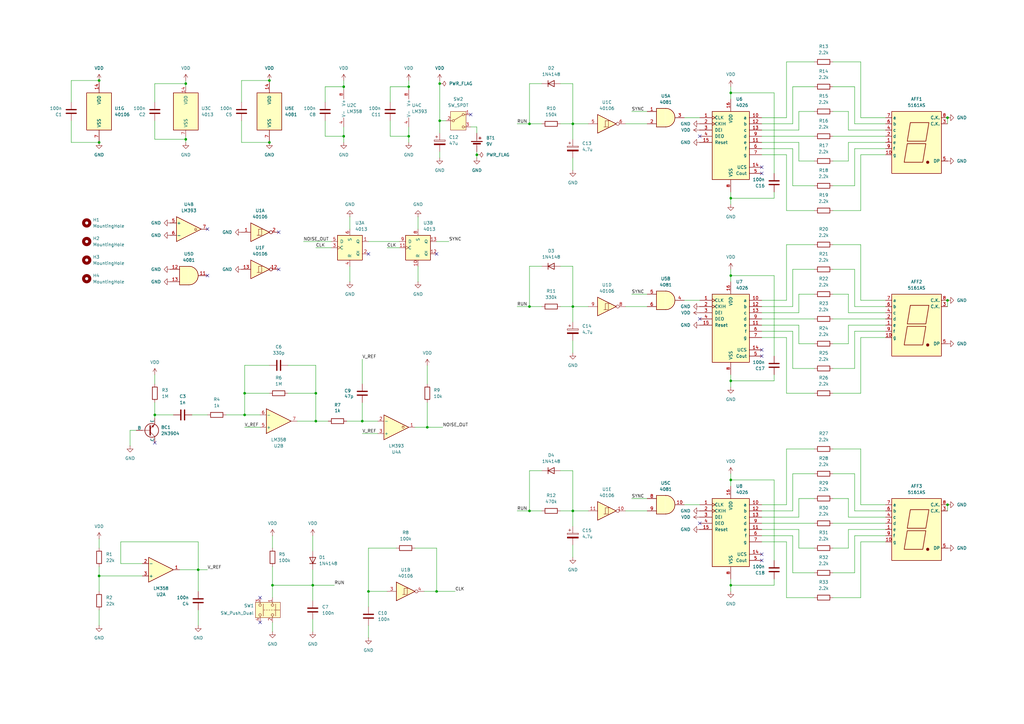
<source format=kicad_sch>
(kicad_sch (version 20250114) (generator "eeschema") (generator_version "9.0")
  (paper "A3")
  (title_block (title "Slot_Machine") (date "2025-10-21"))
  (junction (at 195.58 63.5))
  (junction (at 40.64 58.42))
  (junction (at 299.72 196.85))
  (junction (at 299.72 113.03))
  (junction (at 299.72 156.21))
  (junction (at 63.5 170.18))
  (junction (at 388.62 48.26))
  (junction (at 179.07 242.57))
  (junction (at 217.17 125.73))
  (junction (at 175.26 175.26))
  (junction (at 234.95 50.8))
  (junction (at 234.95 209.55))
  (junction (at 217.17 50.8))
  (junction (at 140.97 35.56))
  (junction (at 129.54 172.72))
  (junction (at 100.33 170.18))
  (junction (at 299.72 38.1))
  (junction (at 129.54 161.29))
  (junction (at 40.64 236.22))
  (junction (at 111.76 240.03))
  (junction (at 234.95 125.73))
  (junction (at 100.33 161.29))
  (junction (at 110.49 33.02))
  (junction (at 148.59 172.72))
  (junction (at 167.64 55.88))
  (junction (at 140.97 55.88))
  (junction (at 217.17 209.55))
  (junction (at 81.28 233.68))
  (junction (at 76.2 57.15))
  (junction (at 110.49 58.42))
  (junction (at 180.34 34.29))
  (junction (at 299.72 240.03))
  (junction (at 128.27 240.03))
  (junction (at 76.2 34.29))
  (junction (at 180.34 49.53))
  (junction (at 40.64 33.02))
  (junction (at 388.62 207.01))
  (junction (at 167.64 35.56))
  (junction (at 388.62 123.19))
  (junction (at 151.13 242.57))
  (junction (at 299.72 81.28))
  (no_connect (at 312.42 227.33))
  (no_connect (at 114.3 110.49))
  (no_connect (at 63.5 181.61))
  (no_connect (at 106.68 255.27))
  (no_connect (at 179.07 104.14))
  (no_connect (at 106.68 245.11))
  (no_connect (at 312.42 143.51))
  (no_connect (at 151.13 104.14))
  (no_connect (at 287.02 130.81))
  (no_connect (at 312.42 68.58))
  (no_connect (at 85.09 113.03))
  (no_connect (at 312.42 146.05))
  (no_connect (at 85.09 93.98))
  (no_connect (at 114.3 95.25))
  (no_connect (at 287.02 55.88))
  (no_connect (at 193.04 46.99))
  (no_connect (at 312.42 71.12))
  (no_connect (at 287.02 214.63))
  (no_connect (at 312.42 229.87))
  (wire (pts (xy 353.06 245.11) (xy 353.06 222.25)))
  (wire (pts (xy 100.33 170.18) (xy 106.68 170.18)))
  (wire (pts (xy 325.12 35.56) (xy 334.01 35.56)))
  (wire (pts (xy 325.12 135.89) (xy 325.12 151.13)))
  (wire (pts (xy 325.12 194.31) (xy 334.01 194.31)))
  (wire (pts (xy 229.87 50.8) (xy 234.95 50.8)))
  (wire (pts (xy 234.95 209.55) (xy 234.95 215.9)))
  (wire (pts (xy 128.27 254) (xy 128.27 259.08)))
  (wire (pts (xy 312.42 214.63) (xy 334.01 214.63)))
  (wire (pts (xy 167.64 52.07) (xy 167.64 55.88)))
  (wire (pts (xy 151.13 224.79) (xy 162.56 224.79)))
  (wire (pts (xy 212.09 125.73) (xy 217.17 125.73)))
  (wire (pts (xy 170.18 224.79) (xy 179.07 224.79)))
  (wire (pts (xy 347.98 217.17) (xy 347.98 224.79)))
  (wire (pts (xy 347.98 204.47) (xy 347.98 212.09)))
  (wire (pts (xy 325.12 76.2) (xy 334.01 76.2)))
  (wire (pts (xy 175.26 149.86) (xy 175.26 157.48)))
  (wire (pts (xy 341.63 45.72) (xy 347.98 45.72)))
  (wire (pts (xy 341.63 184.15) (xy 353.06 184.15)))
  (wire (pts (xy 63.5 41.91) (xy 63.5 34.29)))
  (wire (pts (xy 171.45 88.9) (xy 171.45 93.98)))
  (wire (pts (xy 76.2 33.02) (xy 76.2 34.29)))
  (wire (pts (xy 322.58 25.4) (xy 334.01 25.4)))
  (wire (pts (xy 81.28 250.19) (xy 81.28 256.54)))
  (wire (pts (xy 128.27 226.06) (xy 128.27 219.71)))
  (wire (pts (xy 140.97 52.07) (xy 140.97 55.88)))
  (wire (pts (xy 222.25 109.22) (xy 217.17 109.22)))
  (wire (pts (xy 317.5 38.1) (xy 317.5 71.12)))
  (wire (pts (xy 299.72 110.49) (xy 299.72 113.03)))
  (wire (pts (xy 234.95 64.77) (xy 234.95 69.85)))
  (wire (pts (xy 92.71 170.18) (xy 100.33 170.18)))
  (wire (pts (xy 322.58 138.43) (xy 322.58 161.29)))
  (wire (pts (xy 341.63 55.88) (xy 363.22 55.88)))
  (wire (pts (xy 312.42 123.19) (xy 322.58 123.19)))
  (wire (pts (xy 327.66 204.47) (xy 334.01 204.47)))
  (wire (pts (xy 212.09 209.55) (xy 217.17 209.55)))
  (wire (pts (xy 327.66 120.65) (xy 334.01 120.65)))
  (wire (pts (xy 179.07 242.57) (xy 186.69 242.57)))
  (wire (pts (xy 312.42 128.27) (xy 327.66 128.27)))
  (wire (pts (xy 118.11 161.29) (xy 129.54 161.29)))
  (wire (pts (xy 353.06 123.19) (xy 363.22 123.19)))
  (wire (pts (xy 299.72 237.49) (xy 299.72 240.03)))
  (wire (pts (xy 111.76 245.11) (xy 111.76 240.03)))
  (wire (pts (xy 167.64 55.88) (xy 167.64 58.42)))
  (wire (pts (xy 327.66 45.72) (xy 334.01 45.72)))
  (wire (pts (xy 299.72 240.03) (xy 299.72 242.57)))
  (wire (pts (xy 341.63 110.49) (xy 350.52 110.49)))
  (wire (pts (xy 350.52 35.56) (xy 350.52 50.8)))
  (wire (pts (xy 179.07 242.57) (xy 179.07 224.79)))
  (wire (pts (xy 317.5 38.1) (xy 299.72 38.1)))
  (wire (pts (xy 317.5 81.28) (xy 299.72 81.28)))
  (wire (pts (xy 325.12 219.71) (xy 325.12 234.95)))
  (wire (pts (xy 234.95 209.55) (xy 241.3 209.55)))
  (wire (pts (xy 325.12 110.49) (xy 334.01 110.49)))
  (wire (pts (xy 347.98 53.34) (xy 363.22 53.34)))
  (wire (pts (xy 353.06 63.5) (xy 363.22 63.5)))
  (wire (pts (xy 222.25 34.29) (xy 217.17 34.29)))
  (wire (pts (xy 29.21 33.02) (xy 40.64 33.02)))
  (wire (pts (xy 180.34 62.23) (xy 180.34 64.77)))
  (wire (pts (xy 363.22 58.42) (xy 347.98 58.42)))
  (wire (pts (xy 363.22 217.17) (xy 347.98 217.17)))
  (wire (pts (xy 341.63 130.81) (xy 363.22 130.81)))
  (wire (pts (xy 63.5 49.53) (xy 63.5 57.15)))
  (wire (pts (xy 347.98 128.27) (xy 363.22 128.27)))
  (wire (pts (xy 299.72 113.03) (xy 299.72 115.57)))
  (wire (pts (xy 128.27 240.03) (xy 137.16 240.03)))
  (wire (pts (xy 193.04 52.07) (xy 195.58 52.07)))
  (wire (pts (xy 217.17 209.55) (xy 222.25 209.55)))
  (wire (pts (xy 317.5 146.05) (xy 317.5 113.03)))
  (wire (pts (xy 341.63 204.47) (xy 347.98 204.47)))
  (wire (pts (xy 234.95 50.8) (xy 234.95 34.29)))
  (wire (pts (xy 234.95 209.55) (xy 234.95 193.04)))
  (wire (pts (xy 142.24 172.72) (xy 148.59 172.72)))
  (wire (pts (xy 73.66 233.68) (xy 81.28 233.68)))
  (wire (pts (xy 148.59 165.1) (xy 148.59 172.72)))
  (wire (pts (xy 55.88 176.53) (xy 53.34 176.53)))
  (wire (pts (xy 341.63 224.79) (xy 347.98 224.79)))
  (wire (pts (xy 111.76 255.27) (xy 111.76 259.08)))
  (wire (pts (xy 234.95 109.22) (xy 229.87 109.22)))
  (wire (pts (xy 256.54 209.55) (xy 265.43 209.55)))
  (wire (pts (xy 299.72 35.56) (xy 299.72 38.1)))
  (wire (pts (xy 63.5 165.1) (xy 63.5 170.18)))
  (wire (pts (xy 217.17 50.8) (xy 222.25 50.8)))
  (wire (pts (xy 341.63 161.29) (xy 353.06 161.29)))
  (wire (pts (xy 49.53 222.25) (xy 81.28 222.25)))
  (wire (pts (xy 63.5 34.29) (xy 76.2 34.29)))
  (wire (pts (xy 81.28 233.68) (xy 85.09 233.68)))
  (wire (pts (xy 312.42 222.25) (xy 322.58 222.25)))
  (wire (pts (xy 100.33 161.29) (xy 110.49 161.29)))
  (wire (pts (xy 29.21 49.53) (xy 29.21 58.42)))
  (wire (pts (xy 350.52 60.96) (xy 363.22 60.96)))
  (wire (pts (xy 312.42 50.8) (xy 325.12 50.8)))
  (wire (pts (xy 312.42 209.55) (xy 325.12 209.55)))
  (wire (pts (xy 341.63 245.11) (xy 353.06 245.11)))
  (wire (pts (xy 151.13 256.54) (xy 151.13 261.62)))
  (wire (pts (xy 173.99 242.57) (xy 179.07 242.57)))
  (wire (pts (xy 160.02 55.88) (xy 167.64 55.88)))
  (wire (pts (xy 280.67 123.19) (xy 287.02 123.19)))
  (wire (pts (xy 312.42 207.01) (xy 322.58 207.01)))
  (wire (pts (xy 350.52 219.71) (xy 363.22 219.71)))
  (wire (pts (xy 353.06 25.4) (xy 353.06 48.26)))
  (wire (pts (xy 312.42 63.5) (xy 322.58 63.5)))
  (wire (pts (xy 29.21 58.42) (xy 40.64 58.42)))
  (wire (pts (xy 111.76 232.41) (xy 111.76 240.03)))
  (wire (pts (xy 341.63 100.33) (xy 353.06 100.33)))
  (wire (pts (xy 322.58 86.36) (xy 334.01 86.36)))
  (wire (pts (xy 129.54 149.86) (xy 129.54 161.29)))
  (wire (pts (xy 347.98 212.09) (xy 363.22 212.09)))
  (wire (pts (xy 280.67 48.26) (xy 287.02 48.26)))
  (wire (pts (xy 350.52 234.95) (xy 350.52 219.71)))
  (wire (pts (xy 322.58 245.11) (xy 334.01 245.11)))
  (wire (pts (xy 63.5 153.67) (xy 63.5 157.48)))
  (wire (pts (xy 100.33 149.86) (xy 100.33 161.29)))
  (wire (pts (xy 259.08 204.47) (xy 265.43 204.47)))
  (wire (pts (xy 40.64 242.57) (xy 40.64 236.22)))
  (wire (pts (xy 280.67 207.01) (xy 287.02 207.01)))
  (wire (pts (xy 180.34 34.29) (xy 180.34 49.53)))
  (wire (pts (xy 299.72 196.85) (xy 299.72 199.39)))
  (wire (pts (xy 312.42 55.88) (xy 334.01 55.88)))
  (wire (pts (xy 217.17 193.04) (xy 217.17 209.55)))
  (wire (pts (xy 180.34 49.53) (xy 182.88 49.53)))
  (wire (pts (xy 99.06 49.53) (xy 99.06 58.42)))
  (wire (pts (xy 111.76 219.71) (xy 111.76 224.79)))
  (wire (pts (xy 312.42 125.73) (xy 325.12 125.73)))
  (wire (pts (xy 350.52 125.73) (xy 363.22 125.73)))
  (wire (pts (xy 341.63 234.95) (xy 350.52 234.95)))
  (wire (pts (xy 259.08 45.72) (xy 265.43 45.72)))
  (wire (pts (xy 180.34 49.53) (xy 180.34 54.61)))
  (wire (pts (xy 259.08 120.65) (xy 265.43 120.65)))
  (wire (pts (xy 217.17 34.29) (xy 217.17 50.8)))
  (wire (pts (xy 217.17 109.22) (xy 217.17 125.73)))
  (wire (pts (xy 133.35 35.56) (xy 140.97 35.56)))
  (wire (pts (xy 234.95 223.52) (xy 234.95 228.6)))
  (wire (pts (xy 322.58 48.26) (xy 322.58 25.4)))
  (wire (pts (xy 128.27 240.03) (xy 128.27 246.38)))
  (wire (pts (xy 160.02 49.53) (xy 160.02 55.88)))
  (wire (pts (xy 58.42 231.14) (xy 49.53 231.14)))
  (wire (pts (xy 325.12 60.96) (xy 325.12 76.2)))
  (wire (pts (xy 341.63 120.65) (xy 347.98 120.65)))
  (wire (pts (xy 353.06 207.01) (xy 363.22 207.01)))
  (wire (pts (xy 195.58 63.5) (xy 195.58 64.77)))
  (wire (pts (xy 325.12 234.95) (xy 334.01 234.95)))
  (wire (pts (xy 49.53 231.14) (xy 49.53 222.25)))
  (wire (pts (xy 29.21 41.91) (xy 29.21 33.02)))
  (wire (pts (xy 40.64 220.98) (xy 40.64 224.79)))
  (wire (pts (xy 325.12 50.8) (xy 325.12 35.56)))
  (wire (pts (xy 151.13 224.79) (xy 151.13 242.57)))
  (wire (pts (xy 158.75 101.6) (xy 163.83 101.6)))
  (wire (pts (xy 78.74 170.18) (xy 85.09 170.18)))
  (wire (pts (xy 325.12 125.73) (xy 325.12 110.49)))
  (wire (pts (xy 179.07 99.06) (xy 184.15 99.06)))
  (wire (pts (xy 322.58 161.29) (xy 334.01 161.29)))
  (wire (pts (xy 63.5 57.15) (xy 76.2 57.15)))
  (wire (pts (xy 350.52 151.13) (xy 350.52 135.89)))
  (wire (pts (xy 63.5 170.18) (xy 71.12 170.18)))
  (wire (pts (xy 222.25 193.04) (xy 217.17 193.04)))
  (wire (pts (xy 327.66 133.35) (xy 327.66 140.97)))
  (wire (pts (xy 81.28 222.25) (xy 81.28 233.68)))
  (wire (pts (xy 53.34 176.53) (xy 53.34 182.88)))
  (wire (pts (xy 299.72 156.21) (xy 299.72 158.75)))
  (wire (pts (xy 312.42 219.71) (xy 325.12 219.71)))
  (wire (pts (xy 322.58 63.5) (xy 322.58 86.36)))
  (wire (pts (xy 347.98 120.65) (xy 347.98 128.27)))
  (wire (pts (xy 140.97 55.88) (xy 140.97 58.42)))
  (wire (pts (xy 353.06 138.43) (xy 363.22 138.43)))
  (wire (pts (xy 341.63 194.31) (xy 350.52 194.31)))
  (wire (pts (xy 353.06 48.26) (xy 363.22 48.26)))
  (wire (pts (xy 100.33 175.26) (xy 106.68 175.26)))
  (wire (pts (xy 350.52 110.49) (xy 350.52 125.73)))
  (wire (pts (xy 133.35 55.88) (xy 140.97 55.88)))
  (wire (pts (xy 341.63 35.56) (xy 350.52 35.56)))
  (wire (pts (xy 175.26 165.1) (xy 175.26 175.26)))
  (wire (pts (xy 100.33 149.86) (xy 110.49 149.86)))
  (wire (pts (xy 234.95 125.73) (xy 241.3 125.73)))
  (wire (pts (xy 341.63 86.36) (xy 353.06 86.36)))
  (wire (pts (xy 76.2 57.15) (xy 76.2 58.42)))
  (wire (pts (xy 171.45 109.22) (xy 171.45 115.57)))
  (wire (pts (xy 40.64 250.19) (xy 40.64 256.54)))
  (wire (pts (xy 151.13 242.57) (xy 158.75 242.57)))
  (wire (pts (xy 353.06 184.15) (xy 353.06 207.01)))
  (wire (pts (xy 353.06 222.25) (xy 363.22 222.25)))
  (wire (pts (xy 143.51 88.9) (xy 143.51 93.98)))
  (wire (pts (xy 234.95 50.8) (xy 241.3 50.8)))
  (wire (pts (xy 350.52 76.2) (xy 350.52 60.96)))
  (wire (pts (xy 317.5 240.03) (xy 299.72 240.03)))
  (wire (pts (xy 124.46 99.06) (xy 135.89 99.06)))
  (wire (pts (xy 151.13 99.06) (xy 163.83 99.06)))
  (wire (pts (xy 148.59 172.72) (xy 154.94 172.72)))
  (wire (pts (xy 299.72 81.28) (xy 299.72 83.82)))
  (wire (pts (xy 234.95 193.04) (xy 229.87 193.04)))
  (wire (pts (xy 388.62 123.19) (xy 388.62 125.73)))
  (wire (pts (xy 180.34 33.02) (xy 180.34 34.29)))
  (wire (pts (xy 341.63 66.04) (xy 347.98 66.04)))
  (wire (pts (xy 312.42 60.96) (xy 325.12 60.96)))
  (wire (pts (xy 353.06 86.36) (xy 353.06 63.5)))
  (wire (pts (xy 256.54 50.8) (xy 265.43 50.8)))
  (wire (pts (xy 133.35 49.53) (xy 133.35 55.88)))
  (wire (pts (xy 341.63 151.13) (xy 350.52 151.13)))
  (wire (pts (xy 350.52 209.55) (xy 363.22 209.55)))
  (wire (pts (xy 325.12 151.13) (xy 334.01 151.13)))
  (wire (pts (xy 388.62 207.01) (xy 388.62 209.55)))
  (wire (pts (xy 317.5 78.74) (xy 317.5 81.28)))
  (wire (pts (xy 100.33 161.29) (xy 100.33 170.18)))
  (wire (pts (xy 327.66 66.04) (xy 334.01 66.04)))
  (wire (pts (xy 195.58 62.23) (xy 195.58 63.5)))
  (wire (pts (xy 118.11 149.86) (xy 129.54 149.86)))
  (wire (pts (xy 129.54 101.6) (xy 135.89 101.6)))
  (wire (pts (xy 121.92 172.72) (xy 129.54 172.72)))
  (wire (pts (xy 217.17 125.73) (xy 222.25 125.73)))
  (wire (pts (xy 350.52 194.31) (xy 350.52 209.55)))
  (wire (pts (xy 299.72 194.31) (xy 299.72 196.85)))
  (wire (pts (xy 322.58 222.25) (xy 322.58 245.11)))
  (wire (pts (xy 327.66 212.09) (xy 327.66 204.47)))
  (wire (pts (xy 40.64 236.22) (xy 58.42 236.22)))
  (wire (pts (xy 347.98 133.35) (xy 347.98 140.97)))
  (wire (pts (xy 317.5 237.49) (xy 317.5 240.03)))
  (wire (pts (xy 312.42 48.26) (xy 322.58 48.26)))
  (wire (pts (xy 133.35 41.91) (xy 133.35 35.56)))
  (wire (pts (xy 347.98 58.42) (xy 347.98 66.04)))
  (wire (pts (xy 99.06 41.91) (xy 99.06 33.02)))
  (wire (pts (xy 363.22 133.35) (xy 347.98 133.35)))
  (wire (pts (xy 234.95 125.73) (xy 234.95 109.22)))
  (wire (pts (xy 299.72 38.1) (xy 299.72 40.64)))
  (wire (pts (xy 143.51 109.22) (xy 143.51 115.57)))
  (wire (pts (xy 317.5 229.87) (xy 317.5 196.85)))
  (wire (pts (xy 229.87 209.55) (xy 234.95 209.55)))
  (wire (pts (xy 128.27 233.68) (xy 128.27 240.03)))
  (wire (pts (xy 229.87 125.73) (xy 234.95 125.73)))
  (wire (pts (xy 350.52 135.89) (xy 363.22 135.89)))
  (wire (pts (xy 167.64 33.02) (xy 167.64 35.56)))
  (wire (pts (xy 325.12 209.55) (xy 325.12 194.31)))
  (wire (pts (xy 195.58 52.07) (xy 195.58 54.61)))
  (wire (pts (xy 160.02 41.91) (xy 160.02 35.56)))
  (wire (pts (xy 317.5 196.85) (xy 299.72 196.85)))
  (wire (pts (xy 256.54 125.73) (xy 265.43 125.73)))
  (wire (pts (xy 99.06 33.02) (xy 110.49 33.02)))
  (wire (pts (xy 170.18 175.26) (xy 175.26 175.26)))
  (wire (pts (xy 312.42 135.89) (xy 325.12 135.89)))
  (wire (pts (xy 327.66 224.79) (xy 334.01 224.79)))
  (wire (pts (xy 341.63 25.4) (xy 353.06 25.4)))
  (wire (pts (xy 148.59 177.8) (xy 154.94 177.8)))
  (wire (pts (xy 76.2 34.29) (xy 76.2 35.56)))
  (wire (pts (xy 312.42 133.35) (xy 327.66 133.35)))
  (wire (pts (xy 322.58 100.33) (xy 334.01 100.33)))
  (wire (pts (xy 151.13 242.57) (xy 151.13 248.92)))
  (wire (pts (xy 299.72 153.67) (xy 299.72 156.21)))
  (wire (pts (xy 317.5 113.03) (xy 299.72 113.03)))
  (wire (pts (xy 160.02 35.56) (xy 167.64 35.56)))
  (wire (pts (xy 327.66 140.97) (xy 334.01 140.97)))
  (wire (pts (xy 129.54 161.29) (xy 129.54 172.72)))
  (wire (pts (xy 148.59 147.32) (xy 148.59 157.48)))
  (wire (pts (xy 341.63 214.63) (xy 363.22 214.63)))
  (wire (pts (xy 350.52 50.8) (xy 363.22 50.8)))
  (wire (pts (xy 234.95 139.7) (xy 234.95 144.78)))
  (wire (pts (xy 322.58 184.15) (xy 334.01 184.15)))
  (wire (pts (xy 234.95 50.8) (xy 234.95 57.15)))
  (wire (pts (xy 317.5 156.21) (xy 299.72 156.21)))
  (wire (pts (xy 341.63 76.2) (xy 350.52 76.2)))
  (wire (pts (xy 99.06 58.42) (xy 110.49 58.42)))
  (wire (pts (xy 322.58 207.01) (xy 322.58 184.15)))
  (wire (pts (xy 312.42 130.81) (xy 334.01 130.81)))
  (wire (pts (xy 327.66 53.34) (xy 327.66 45.72)))
  (wire (pts (xy 111.76 240.03) (xy 128.27 240.03)))
  (wire (pts (xy 299.72 78.74) (xy 299.72 81.28)))
  (wire (pts (xy 81.28 233.68) (xy 81.28 242.57)))
  (wire (pts (xy 129.54 172.72) (xy 134.62 172.72)))
  (wire (pts (xy 388.62 48.26) (xy 388.62 50.8)))
  (wire (pts (xy 317.5 153.67) (xy 317.5 156.21)))
  (wire (pts (xy 347.98 45.72) (xy 347.98 53.34)))
  (wire (pts (xy 327.66 58.42) (xy 327.66 66.04)))
  (wire (pts (xy 353.06 161.29) (xy 353.06 138.43)))
  (wire (pts (xy 167.64 35.56) (xy 167.64 36.83)))
  (wire (pts (xy 63.5 170.18) (xy 63.5 171.45)))
  (wire (pts (xy 234.95 34.29) (xy 229.87 34.29)))
  (wire (pts (xy 327.66 217.17) (xy 327.66 224.79)))
  (wire (pts (xy 140.97 35.56) (xy 140.97 36.83)))
  (wire (pts (xy 175.26 175.26) (xy 181.61 175.26)))
  (wire (pts (xy 322.58 123.19) (xy 322.58 100.33)))
  (wire (pts (xy 312.42 212.09) (xy 327.66 212.09)))
  (wire (pts (xy 327.66 128.27) (xy 327.66 120.65)))
  (wire (pts (xy 312.42 138.43) (xy 322.58 138.43)))
  (wire (pts (xy 312.42 53.34) (xy 327.66 53.34)))
  (wire (pts (xy 353.06 100.33) (xy 353.06 123.19)))
  (wire (pts (xy 40.64 232.41) (xy 40.64 236.22)))
  (wire (pts (xy 212.09 50.8) (xy 217.17 50.8)))
  (wire (pts (xy 341.63 140.97) (xy 347.98 140.97)))
  (wire (pts (xy 76.2 55.88) (xy 76.2 57.15)))
  (wire (pts (xy 140.97 33.02) (xy 140.97 35.56)))
  (wire (pts (xy 234.95 125.73) (xy 234.95 132.08)))
  (wire (pts (xy 312.42 58.42) (xy 327.66 58.42)))
  (wire (pts (xy 312.42 217.17) (xy 327.66 217.17)))
  (label "NOISE_OUT" (at 181.61 175.26 0))
  (label "RUN" (at 137.16 240.03 0))
  (label "CLK" (at 129.54 101.6 0))
  (label "RUN" (at 212.09 209.55 0))
  (label "V_REF" (at 85.09 233.68 0))
  (label "RUN" (at 212.09 50.8 0))
  (label "V_REF" (at 148.59 177.8 0))
  (label "NOISE_OUT" (at 124.46 99.06 0))
  (label "SYNC" (at 259.08 45.72 0))
  (label "SYNC" (at 184.15 99.06 0))
  (label "CLK" (at 186.69 242.57 0))
  (label "V_REF" (at 148.59 147.32 0))
  (label "SYNC" (at 259.08 120.65 0))
  (label "RUN" (at 212.09 125.73 0))
  (label "V_REF" (at 100.33 175.26 0))
  (label "CLK" (at 158.75 101.6 0))
  (label "SYNC" (at 259.08 204.47 0))
  (symbol (lib_id "Device:R") (at 40.64 246.38 0) (unit 1)
    (property "Reference" "R2" (at 43.444 245.1099 0) (effects (justify left)))
    (property "Value" "22k" (at 43.444 247.6499 0) (effects (justify left)))
    (property "Footprint" "Resistor_THT:R_Axial_DIN0207_L6.3mm_D2.5mm_P7.62mm_Horizontal" (effects (hide yes)))
    (property "Description" "Resistor" (effects (hide yes)))
  )
  (symbol (lib_id "power:VDD") (at 63.5 153.67 0) (unit 1)
    (property "Reference" "#PWR06" (effects (hide yes)))
    (property "Value" "VDD" (at 63.5 148.59 0))
    (property "Description" "Power symbol creates a global label with name \"VDD\"" (effects (hide yes)))
  )
  (symbol (lib_id "Device:R") (at 337.82 120.65 90) (unit 1)
    (property "Reference" "R22" (at 337.82 114.3 90))
    (property "Value" "2.2k" (at 337.82 116.84 90))
    (property "Footprint" "Resistor_THT:R_Axial_DIN0207_L6.3mm_D2.5mm_P7.62mm_Horizontal" (effects (hide yes)))
    (property "Description" "Resistor" (effects (hide yes)))
  )
  (symbol (lib_id "Diode:1N4148") (at 128.27 229.87 90) (unit 1)
    (property "Reference" "D1" (at 130.81 228.5999 90) (effects (justify right)))
    (property "Value" "1N4148" (at 130.81 231.1399 90) (effects (justify right)))
    (property "Footprint" "Diode_THT:D_DO-35_SOD27_P7.62mm_Horizontal" (effects (hide yes)))
    (property "Datasheet" "https://assets.nexperia.com/documents/data-sheet/1N4148_1N4448.pdf" (effects (hide yes)))
    (property "Description" "100V 0.15A standard switching diode, DO-35" (effects (hide yes)))
    (property "Sim.Device" "D" (effects (hide yes)))
    (property "Sim.Pins" "1=K 2=A" (effects (hide yes)))
  )
  (symbol (lib_id "4026:4026") (at 299.72 135.89 0) (unit 1)
    (property "Reference" "U7" (at 301.8633 115.57 0) (effects (justify left)))
    (property "Value" "4026" (at 301.8633 118.11 0) (effects (justify left)))
    (property "Footprint" "Package_DIP:DIP-16_W7.62mm" (effects (hide yes)))
    (property "Datasheet" "http://www.intersil.com/content/dam/Intersil/documents/cd40/cd4017bms-22bms.pdf" (effects (hide yes)))
    (property "Description" "Johnson Counter ( 10 outputs )" (effects (hide yes)))
  )
  (symbol (lib_id "power:GND") (at 140.97 58.42 0) (unit 1)
    (property "Reference" "#PWR023" (effects (hide yes)))
    (property "Value" "GND" (at 140.97 63.5 0))
    (property "Description" "Power symbol creates a global label with name \"GND\" , ground" (effects (hide yes)))
  )
  (symbol (lib_id "4xxx:4081") (at 110.49 45.72 0) (unit 5)
    (property "Reference" "U5" (at 116.84 44.4499 0) (effects (justify left)))
    (property "Value" "4081" (at 116.84 46.9899 0) (effects (justify left)))
    (property "Footprint" "Package_DIP:DIP-14_W7.62mm" (effects (hide yes)))
    (property "Datasheet" "http://www.intersil.com/content/dam/Intersil/documents/cd40/cd4073bms-81bms-82bms.pdf" (effects (hide yes)))
    (property "Description" "Quad And 2 inputs" (effects (hide yes)))
  )
  (symbol (lib_id "Device:C") (at 133.35 45.72 180) (unit 1)
    (property "Reference" "C8" (at 129.54 46.9901 0) (effects (justify left)))
    (property "Value" "100n" (at 129.54 44.45 0) (effects (justify left)))
    (property "Footprint" "Capacitor_THT:C_Disc_D5.0mm_W2.5mm_P5.00mm" (effects (hide yes)))
    (property "Description" "Unpolarized capacitor" (effects (hide yes)))
  )
  (symbol (lib_id "power:GND") (at 287.02 58.42 270) (unit 1)
    (property "Reference" "#PWR040" (effects (hide yes)))
    (property "Value" "GND" (at 283.21 58.4199 90) (effects (justify right)))
    (property "Description" "Power symbol creates a global label with name \"GND\" , ground" (effects (hide yes)))
  )
  (symbol (lib_id "power:GND") (at 180.34 64.77 0) (unit 1)
    (property "Reference" "#PWR033" (effects (hide yes)))
    (property "Value" "GND" (at 180.34 69.85 0))
    (property "Description" "Power symbol creates a global label with name \"GND\" , ground" (effects (hide yes)))
  )
  (symbol (lib_id "Device:R") (at 40.64 228.6 0) (unit 1)
    (property "Reference" "R1" (at 43.444 227.3299 0) (effects (justify left)))
    (property "Value" "22k" (at 43.444 229.8699 0) (effects (justify left)))
    (property "Footprint" "Resistor_THT:R_Axial_DIN0207_L6.3mm_D2.5mm_P7.62mm_Horizontal" (effects (hide yes)))
    (property "Description" "Resistor" (effects (hide yes)))
  )
  (symbol (lib_id "Device:C") (at 81.28 246.38 180) (unit 1)
    (property "Reference" "C4" (at 77.47 247.6501 0) (effects (justify left)))
    (property "Value" "100n" (at 77.47 245.11 0) (effects (justify left)))
    (property "Footprint" "Capacitor_THT:C_Disc_D5.0mm_W2.5mm_P5.00mm" (effects (hide yes)))
    (property "Description" "Unpolarized capacitor" (effects (hide yes)))
  )
  (symbol (lib_id "power:GND") (at 167.64 58.42 0) (unit 1)
    (property "Reference" "#PWR028" (effects (hide yes)))
    (property "Value" "GND" (at 167.64 63.5 0))
    (property "Description" "Power symbol creates a global label with name \"GND\" , ground" (effects (hide yes)))
  )
  (symbol (lib_id "power:VDD") (at 167.64 33.02 0) (unit 1)
    (property "Reference" "#PWR027" (effects (hide yes)))
    (property "Value" "VDD" (at 167.64 27.94 0))
    (property "Description" "Power symbol creates a global label with name \"VDD\"" (effects (hide yes)))
  )
  (symbol (lib_id "Mechanical:MountingHole") (at 35.56 99.06 0) (unit 1) (in_bom no)
    (property "Reference" "H2" (at 38.1 97.7899 0) (effects (justify left)))
    (property "Value" "MountingHole" (at 38.1 100.3299 0) (effects (justify left)))
    (property "Footprint" "MountingHole:MountingHole_3.2mm_M3" (effects (hide yes)))
    (property "Description" "Mounting Hole without connection" (effects (hide yes)))
  )
  (symbol (lib_id "4xxx:4013") (at 143.51 101.6 0) (unit 1)
    (property "Reference" "U3" (at 145.6533 91.44 0) (effects (justify left)))
    (property "Value" "4013" (at 145.6533 93.98 0) (effects (justify left)))
    (property "Footprint" "Package_DIP:DIP-14_W7.62mm" (effects (hide yes)))
    (property "Datasheet" "http://www.onsemi.com/pub/Collateral/MC14013B-D.PDF" (effects (hide yes)))
    (property "Description" "Dual D  FlipFlop, Set & reset" (effects (hide yes)))
  )
  (symbol (lib_id "Device:R") (at 337.82 140.97 90) (unit 1)
    (property "Reference" "R24" (at 337.82 134.62 90))
    (property "Value" "2.2k" (at 337.82 137.16 90))
    (property "Footprint" "Resistor_THT:R_Axial_DIN0207_L6.3mm_D2.5mm_P7.62mm_Horizontal" (effects (hide yes)))
    (property "Description" "Resistor" (effects (hide yes)))
  )
  (symbol (lib_id "Mechanical:MountingHole") (at 35.56 106.68 0) (unit 1) (in_bom no)
    (property "Reference" "H3" (at 38.1 105.4099 0) (effects (justify left)))
    (property "Value" "MountingHole" (at 38.1 107.9499 0) (effects (justify left)))
    (property "Footprint" "MountingHole:MountingHole_3.2mm_M3" (effects (hide yes)))
    (property "Description" "Mounting Hole without connection" (effects (hide yes)))
  )
  (symbol (lib_id "power:GND") (at 143.51 88.9 180) (unit 1)
    (property "Reference" "#PWR024" (effects (hide yes)))
    (property "Value" "GND" (at 143.51 83.82 0))
    (property "Description" "Power symbol creates a global label with name \"GND\" , ground" (effects (hide yes)))
  )
  (symbol (lib_id "Device:R") (at 175.26 161.29 0) (unit 1)
    (property "Reference" "R9" (at 177.8 160.0199 0) (effects (justify left)))
    (property "Value" "10k" (at 177.8 162.5599 0) (effects (justify left)))
    (property "Footprint" "Resistor_THT:R_Axial_DIN0207_L6.3mm_D2.5mm_P7.62mm_Horizontal" (effects (hide yes)))
    (property "Description" "Resistor" (effects (hide yes)))
  )
  (symbol (lib_id "4xxx:4081") (at 273.05 123.19 0) (unit 2)
    (property "Reference" "U5" (at 273.0417 114.3 0))
    (property "Value" "4081" (at 273.0417 116.84 0))
    (property "Footprint" "Package_DIP:DIP-14_W7.62mm" (effects (hide yes)))
    (property "Datasheet" "http://www.intersil.com/content/dam/Intersil/documents/cd40/cd4073bms-81bms-82bms.pdf" (effects (hide yes)))
    (property "Description" "Quad And 2 inputs" (effects (hide yes)))
  )
  (symbol (lib_id "power:GND") (at 234.95 144.78 0) (unit 1)
    (property "Reference" "#PWR036" (effects (hide yes)))
    (property "Value" "GND" (at 234.95 149.86 0))
    (property "Description" "Power symbol creates a global label with name \"GND\" , ground" (effects (hide yes)))
  )
  (symbol (lib_id "Device:C_Polarized") (at 234.95 60.96 0) (unit 1)
    (property "Reference" "C13" (at 238.76 58.8009 0) (effects (justify left)))
    (property "Value" "4.7u" (at 238.76 61.3409 0) (effects (justify left)))
    (property "Footprint" "Capacitor_THT:CP_Radial_D5.0mm_P2.50mm" (effects (hide yes)))
    (property "Description" "Polarized capacitor" (effects (hide yes)))
  )
  (symbol (lib_id "power:GND") (at 111.76 259.08 0) (unit 1)
    (property "Reference" "#PWR019" (effects (hide yes)))
    (property "Value" "GND" (at 111.76 264.16 0))
    (property "Description" "Power symbol creates a global label with name \"GND\" , ground" (effects (hide yes)))
  )
  (symbol (lib_id "power:GND") (at 299.72 242.57 0) (unit 1)
    (property "Reference" "#PWR052" (effects (hide yes)))
    (property "Value" "GND" (at 299.72 247.65 0))
    (property "Description" "Power symbol creates a global label with name \"GND\" , ground" (effects (hide yes)))
  )
  (symbol (lib_id "power:VDD") (at 128.27 219.71 0) (unit 1)
    (property "Reference" "#PWR020" (effects (hide yes)))
    (property "Value" "VDD" (at 128.27 214.63 0))
    (property "Description" "Power symbol creates a global label with name \"VDD\"" (effects (hide yes)))
  )
  (symbol (lib_id "power:VDD") (at 175.26 149.86 0) (unit 1)
    (property "Reference" "#PWR031" (effects (hide yes)))
    (property "Value" "VDD" (at 175.26 144.78 0))
    (property "Description" "Power symbol creates a global label with name \"VDD\"" (effects (hide yes)))
  )
  (symbol (lib_id "Device:R") (at 88.9 170.18 90) (unit 1)
    (property "Reference" "R4" (at 88.9 163.83 90))
    (property "Value" "1k" (at 88.9 166.37 90))
    (property "Footprint" "Resistor_THT:R_Axial_DIN0207_L6.3mm_D2.5mm_P7.62mm_Horizontal" (effects (hide yes)))
    (property "Description" "Resistor" (effects (hide yes)))
  )
  (symbol (lib_id "Mechanical:MountingHole") (at 35.56 114.3 0) (unit 1) (in_bom no)
    (property "Reference" "H4" (at 38.1 113.0299 0) (effects (justify left)))
    (property "Value" "MountingHole" (at 38.1 115.5699 0) (effects (justify left)))
    (property "Footprint" "MountingHole:MountingHole_3.2mm_M3" (effects (hide yes)))
    (property "Description" "Mounting Hole without connection" (effects (hide yes)))
  )
  (symbol (lib_id "Device:R") (at 337.82 184.15 90) (unit 1)
    (property "Reference" "R27" (at 337.82 177.8 90))
    (property "Value" "2.2k" (at 337.82 180.34 90))
    (property "Footprint" "Resistor_THT:R_Axial_DIN0207_L6.3mm_D2.5mm_P7.62mm_Horizontal" (effects (hide yes)))
    (property "Description" "Resistor" (effects (hide yes)))
  )
  (symbol (lib_id "Comparator:LM393") (at 162.56 175.26 0) (mirror x) (unit 1)
    (property "Reference" "U4" (at 162.56 185.42 0))
    (property "Value" "LM393" (at 162.56 182.88 0))
    (property "Footprint" "Package_DIP:DIP-8_W7.62mm" (effects (hide yes)))
    (property "Datasheet" "http://www.ti.com/lit/ds/symlink/lm393.pdf" (effects (hide yes)))
    (property "Description" "Low-Power, Low-Offset Voltage, Dual Comparators, DIP-8/SOIC-8/TO-99-8" (effects (hide yes)))
  )
  (symbol (lib_id "power:VDD") (at 140.97 33.02 0) (unit 1)
    (property "Reference" "#PWR022" (effects (hide yes)))
    (property "Value" "VDD" (at 140.97 27.94 0))
    (property "Description" "Power symbol creates a global label with name \"VDD\"" (effects (hide yes)))
  )
  (symbol (lib_id "Device:R") (at 337.82 204.47 90) (unit 1)
    (property "Reference" "R29" (at 337.82 198.12 90))
    (property "Value" "2.2k" (at 337.82 200.66 90))
    (property "Footprint" "Resistor_THT:R_Axial_DIN0207_L6.3mm_D2.5mm_P7.62mm_Horizontal" (effects (hide yes)))
    (property "Description" "Resistor" (effects (hide yes)))
  )
  (symbol (lib_id "Device:R") (at 337.82 214.63 90) (unit 1)
    (property "Reference" "R30" (at 337.82 208.28 90))
    (property "Value" "2.2k" (at 337.82 210.82 90))
    (property "Footprint" "Resistor_THT:R_Axial_DIN0207_L6.3mm_D2.5mm_P7.62mm_Horizontal" (effects (hide yes)))
    (property "Description" "Resistor" (effects (hide yes)))
  )
  (symbol (lib_id "Device:R") (at 166.37 224.79 90) (unit 1)
    (property "Reference" "R8" (at 166.37 218.44 90))
    (property "Value" "100k" (at 166.37 220.98 90))
    (property "Footprint" "Resistor_THT:R_Axial_DIN0207_L6.3mm_D2.5mm_P7.62mm_Horizontal" (effects (hide yes)))
    (property "Description" "Resistor" (effects (hide yes)))
  )
  (symbol (lib_id "power:GND") (at 388.62 66.04 90) (unit 1)
    (property "Reference" "#PWR054" (effects (hide yes)))
    (property "Value" "GND" (at 392.43 66.0399 90) (effects (justify right)))
    (property "Description" "Power symbol creates a global label with name \"GND\" , ground" (effects (hide yes)))
  )
  (symbol (lib_id "power:VDD") (at 287.02 212.09 90) (unit 1)
    (property "Reference" "#PWR045" (effects (hide yes)))
    (property "Value" "VDD" (at 283.21 212.0899 90) (effects (justify left)))
    (property "Description" "Power symbol creates a global label with name \"VDD\"" (effects (hide yes)))
  )
  (symbol (lib_id "4xxx:4081") (at 77.47 113.03 0) (unit 4)
    (property "Reference" "U5" (at 77.4617 104.14 0))
    (property "Value" "4081" (at 77.4617 106.68 0))
    (property "Footprint" "Package_DIP:DIP-14_W7.62mm" (effects (hide yes)))
    (property "Datasheet" "http://www.intersil.com/content/dam/Intersil/documents/cd40/cd4073bms-81bms-82bms.pdf" (effects (hide yes)))
    (property "Description" "Quad And 2 inputs" (effects (hide yes)))
  )
  (symbol (lib_id "power:GND") (at 388.62 48.26 90) (unit 1)
    (property "Reference" "#PWR053" (effects (hide yes)))
    (property "Value" "GND" (at 392.43 48.2599 90) (effects (justify right)))
    (property "Description" "Power symbol creates a global label with name \"GND\" , ground" (effects (hide yes)))
  )
  (symbol (lib_id "power:GND") (at 69.85 110.49 270) (unit 1)
    (property "Reference" "#PWR09" (effects (hide yes)))
    (property "Value" "GND" (at 66.04 110.4899 90) (effects (justify right)))
    (property "Description" "Power symbol creates a global label with name \"GND\" , ground" (effects (hide yes)))
  )
  (symbol (lib_id "power:PWR_FLAG") (at 180.34 34.29 270) (unit 1)
    (property "Reference" "#FLG01" (effects (hide yes)))
    (property "Value" "PWR_FLAG" (at 184.15 34.2899 90) (effects (justify left)))
    (property "Description" "Special symbol for telling ERC where power comes from" (effects (hide yes)))
  )
  (symbol (lib_id "power:VDD") (at 110.49 33.02 0) (unit 1)
    (property "Reference" "#PWR016" (effects (hide yes)))
    (property "Value" "VDD" (at 110.49 27.94 0))
    (property "Description" "Power symbol creates a global label with name \"VDD\"" (effects (hide yes)))
  )
  (symbol (lib_id "Device:C") (at 148.59 161.29 0) (unit 1)
    (property "Reference" "C9" (at 141.224 160.274 0) (effects (justify left)))
    (property "Value" "47p" (at 141.224 162.56 0) (effects (justify left)))
    (property "Footprint" "Capacitor_THT:C_Disc_D5.0mm_W2.5mm_P5.00mm" (effects (hide yes)))
    (property "Description" "Unpolarized capacitor" (effects (hide yes)))
  )
  (symbol (lib_id "Display_Character:LTS-6980HR") (at 375.92 58.42 0) (unit 1)
    (property "Reference" "AFF1" (at 375.92 40.64 0))
    (property "Value" "5161AS" (at 375.92 43.18 0))
    (property "Footprint" "Display_7Segment:7SegmentLED_LTS6760_LTS6780" (effects (hide yes)))
    (property "Datasheet" "http://datasheet.octopart.com/LTS-6960HR-Lite-On-datasheet-11803242.pdf" (effects (hide yes)))
    (property "Description" "DISPLAY 7 SEGMENTS common K, high efficient red" (effects (hide yes)))
  )
  (symbol (lib_id "Device:R") (at 337.82 86.36 90) (unit 1)
    (property "Reference" "R19" (at 337.82 80.01 90))
    (property "Value" "2.2k" (at 337.82 82.55 90))
    (property "Footprint" "Resistor_THT:R_Axial_DIN0207_L6.3mm_D2.5mm_P7.62mm_Horizontal" (effects (hide yes)))
    (property "Description" "Resistor" (effects (hide yes)))
  )
  (symbol (lib_id "power:GND") (at 388.62 123.19 90) (unit 1)
    (property "Reference" "#PWR055" (effects (hide yes)))
    (property "Value" "GND" (at 392.43 123.1899 90) (effects (justify right)))
    (property "Description" "Power symbol creates a global label with name \"GND\" , ground" (effects (hide yes)))
  )
  (symbol (lib_id "Device:C_Polarized") (at 234.95 135.89 0) (unit 1)
    (property "Reference" "C14" (at 238.76 133.7309 0) (effects (justify left)))
    (property "Value" "4.7u" (at 238.76 136.2709 0) (effects (justify left)))
    (property "Footprint" "Capacitor_THT:CP_Radial_D5.0mm_P2.50mm" (effects (hide yes)))
    (property "Description" "Polarized capacitor" (effects (hide yes)))
  )
  (symbol (lib_id "Device:R") (at 111.76 228.6 0) (unit 1)
    (property "Reference" "R5" (at 114.3 227.3299 0) (effects (justify left)))
    (property "Value" "100k" (at 114.3 229.8699 0) (effects (justify left)))
    (property "Footprint" "Resistor_THT:R_Axial_DIN0207_L6.3mm_D2.5mm_P7.62mm_Horizontal" (effects (hide yes)))
    (property "Description" "Resistor" (effects (hide yes)))
  )
  (symbol (lib_id "4xxx:4081") (at 273.05 207.01 0) (unit 3)
    (property "Reference" "U5" (at 273.0417 198.12 0))
    (property "Value" "4081" (at 273.0417 200.66 0))
    (property "Footprint" "Package_DIP:DIP-14_W7.62mm" (effects (hide yes)))
    (property "Datasheet" "http://www.intersil.com/content/dam/Intersil/documents/cd40/cd4073bms-81bms-82bms.pdf" (effects (hide yes)))
    (property "Description" "Quad And 2 inputs" (effects (hide yes)))
  )
  (symbol (lib_id "power:GND") (at 99.06 95.25 270) (unit 1)
    (property "Reference" "#PWR014" (effects (hide yes)))
    (property "Value" "GND" (at 95.25 95.2499 90) (effects (justify right)))
    (property "Description" "Power symbol creates a global label with name \"GND\" , ground" (effects (hide yes)))
  )
  (symbol (lib_id "power:VDD") (at 287.02 128.27 90) (unit 1)
    (property "Reference" "#PWR042" (effects (hide yes)))
    (property "Value" "VDD" (at 283.21 128.2699 90) (effects (justify left)))
    (property "Description" "Power symbol creates a global label with name \"VDD\"" (effects (hide yes)))
  )
  (symbol (lib_id "power:VDD") (at 299.72 110.49 0) (unit 1)
    (property "Reference" "#PWR049" (effects (hide yes)))
    (property "Value" "VDD" (at 299.72 105.41 0))
    (property "Description" "Power symbol creates a global label with name \"VDD\"" (effects (hide yes)))
  )
  (symbol (lib_id "4xxx:40106") (at 166.37 242.57 0) (unit 2)
    (property "Reference" "U1" (at 166.37 233.68 0))
    (property "Value" "40106" (at 166.37 236.22 0))
    (property "Footprint" "Package_DIP:DIP-14_W7.62mm" (effects (hide yes)))
    (property "Datasheet" "https://assets.nexperia.com/documents/data-sheet/HEF40106B.pdf" (effects (hide yes)))
    (property "Description" "Hex Schmitt trigger inverter" (effects (hide yes)))
  )
  (symbol (lib_id "power:VDD") (at 299.72 35.56 0) (unit 1)
    (property "Reference" "#PWR047" (effects (hide yes)))
    (property "Value" "VDD" (at 299.72 30.48 0))
    (property "Description" "Power symbol creates a global label with name \"VDD\"" (effects (hide yes)))
  )
  (symbol (lib_id "power:VDD") (at 76.2 33.02 0) (unit 1)
    (property "Reference" "#PWR011" (effects (hide yes)))
    (property "Value" "VDD" (at 76.2 27.94 0))
    (property "Description" "Power symbol creates a global label with name \"VDD\"" (effects (hide yes)))
  )
  (symbol (lib_id "Device:R") (at 337.82 161.29 90) (unit 1)
    (property "Reference" "R26" (at 337.82 154.94 90))
    (property "Value" "2.2k" (at 337.82 157.48 90))
    (property "Footprint" "Resistor_THT:R_Axial_DIN0207_L6.3mm_D2.5mm_P7.62mm_Horizontal" (effects (hide yes)))
    (property "Description" "Resistor" (effects (hide yes)))
  )
  (symbol (lib_id "power:GND") (at 99.06 110.49 270) (unit 1)
    (property "Reference" "#PWR015" (effects (hide yes)))
    (property "Value" "GND" (at 95.25 110.4899 90) (effects (justify right)))
    (property "Description" "Power symbol creates a global label with name \"GND\" , ground" (effects (hide yes)))
  )
  (symbol (lib_id "Comparator:LM393") (at 170.18 44.45 0) (unit 3)
    (property "Reference" "U4" (at 168.91 43.1799 0) (effects (justify left)))
    (property "Value" "LM393" (at 168.91 45.7199 0) (effects (justify left)))
    (property "Footprint" "Package_DIP:DIP-8_W7.62mm" (effects (hide yes)))
    (property "Datasheet" "http://www.ti.com/lit/ds/symlink/lm393.pdf" (effects (hide yes)))
    (property "Description" "Low-Power, Low-Offset Voltage, Dual Comparators, DIP-8/SOIC-8/TO-99-8" (effects (hide yes)))
  )
  (symbol (lib_id "Device:C") (at 317.5 233.68 180) (unit 1)
    (property "Reference" "C18" (at 313.69 234.9501 0) (effects (justify left)))
    (property "Value" "100n" (at 313.69 232.41 0) (effects (justify left)))
    (property "Footprint" "Capacitor_THT:C_Disc_D5.0mm_W2.5mm_P5.00mm" (effects (hide yes)))
    (property "Description" "Unpolarized capacitor" (effects (hide yes)))
  )
  (symbol (lib_id "Device:C") (at 151.13 252.73 0) (unit 1)
    (property "Reference" "C10" (at 154.94 251.4599 0) (effects (justify left)))
    (property "Value" "100n" (at 154.94 253.9999 0) (effects (justify left)))
    (property "Footprint" "Capacitor_THT:C_Disc_D5.0mm_W2.5mm_P5.00mm" (effects (hide yes)))
    (property "Description" "Unpolarized capacitor" (effects (hide yes)))
  )
  (symbol (lib_id "power:GND") (at 76.2 58.42 0) (unit 1)
    (property "Reference" "#PWR012" (effects (hide yes)))
    (property "Value" "GND" (at 76.2 63.5 0))
    (property "Description" "Power symbol creates a global label with name \"GND\" , ground" (effects (hide yes)))
  )
  (symbol (lib_id "Device:R") (at 114.3 161.29 90) (unit 1)
    (property "Reference" "R6" (at 114.3 154.94 90))
    (property "Value" "1M" (at 114.3 157.48 90))
    (property "Footprint" "Resistor_THT:R_Axial_DIN0207_L6.3mm_D2.5mm_P7.62mm_Horizontal" (effects (hide yes)))
    (property "Description" "Resistor" (effects (hide yes)))
  )
  (symbol (lib_id "Device:R") (at 337.82 194.31 90) (unit 1)
    (property "Reference" "R28" (at 337.82 187.96 90))
    (property "Value" "2.2k" (at 337.82 190.5 90))
    (property "Footprint" "Resistor_THT:R_Axial_DIN0207_L6.3mm_D2.5mm_P7.62mm_Horizontal" (effects (hide yes)))
    (property "Description" "Resistor" (effects (hide yes)))
  )
  (symbol (lib_id "power:GND") (at 287.02 217.17 270) (unit 1)
    (property "Reference" "#PWR046" (effects (hide yes)))
    (property "Value" "GND" (at 283.21 217.1699 90) (effects (justify right)))
    (property "Description" "Power symbol creates a global label with name \"GND\" , ground" (effects (hide yes)))
  )
  (symbol (lib_id "Device:R") (at 63.5 161.29 0) (unit 1)
    (property "Reference" "R3" (at 66.304 160.0199 0) (effects (justify left)))
    (property "Value" "1M" (at 66.294 162.56 0) (effects (justify left)))
    (property "Footprint" "Resistor_THT:R_Axial_DIN0207_L6.3mm_D2.5mm_P7.62mm_Horizontal" (effects (hide yes)))
    (property "Description" "Resistor" (effects (hide yes)))
  )
  (symbol (lib_id "Device:C") (at 63.5 45.72 180) (unit 1)
    (property "Reference" "C2" (at 59.69 46.9901 0) (effects (justify left)))
    (property "Value" "100n" (at 59.69 44.45 0) (effects (justify left)))
    (property "Footprint" "Capacitor_THT:C_Disc_D5.0mm_W2.5mm_P5.00mm" (effects (hide yes)))
    (property "Description" "Unpolarized capacitor" (effects (hide yes)))
  )
  (symbol (lib_id "Display_Character:LTS-6980HR") (at 375.92 133.35 0) (unit 1)
    (property "Reference" "AFF2" (at 375.92 115.57 0))
    (property "Value" "5161AS" (at 375.92 118.11 0))
    (property "Footprint" "Display_7Segment:7SegmentLED_LTS6760_LTS6780" (effects (hide yes)))
    (property "Datasheet" "http://datasheet.octopart.com/LTS-6960HR-Lite-On-datasheet-11803242.pdf" (effects (hide yes)))
    (property "Description" "DISPLAY 7 SEGMENTS common K, high efficient red" (effects (hide yes)))
  )
  (symbol (lib_id "power:GND") (at 81.28 256.54 0) (unit 1)
    (property "Reference" "#PWR013" (effects (hide yes)))
    (property "Value" "GND" (at 81.28 261.62 0))
    (property "Description" "Power symbol creates a global label with name \"GND\" , ground" (effects (hide yes)))
  )
  (symbol (lib_id "Amplifier_Operational:LM358") (at 143.51 44.45 0) (unit 3)
    (property "Reference" "U2" (at 142.24 43.1799 0) (effects (justify left)))
    (property "Value" "LM358" (at 142.24 45.7199 0) (effects (justify left)))
    (property "Footprint" "Package_DIP:DIP-8_W7.62mm" (effects (hide yes)))
    (property "Datasheet" "http://www.ti.com/lit/ds/symlink/lm2904-n.pdf" (effects (hide yes)))
    (property "Description" "Low-Power, Dual Operational Amplifiers, DIP-8/SOIC-8/TO-99-8" (effects (hide yes)))
  )
  (symbol (lib_id "power:GND") (at 171.45 88.9 180) (unit 1)
    (property "Reference" "#PWR029" (effects (hide yes)))
    (property "Value" "GND" (at 171.45 83.82 0))
    (property "Description" "Power symbol creates a global label with name \"GND\" , ground" (effects (hide yes)))
  )
  (symbol (lib_id "Device:R") (at 226.06 50.8 90) (unit 1)
    (property "Reference" "R10" (at 226.06 44.45 90))
    (property "Value" "150k" (at 226.06 46.99 90))
    (property "Footprint" "Resistor_THT:R_Axial_DIN0207_L6.3mm_D2.5mm_P7.62mm_Horizontal" (effects (hide yes)))
    (property "Description" "Resistor" (effects (hide yes)))
  )
  (symbol (lib_id "Switch:SW_Push_Dual") (at 109.22 250.19 270) (unit 1)
    (property "Reference" "SW1" (at 100.076 248.412 90) (effects (justify left)))
    (property "Value" "SW_Push_Dual" (at 90.424 251.46 90) (effects (justify left)))
    (property "Footprint" "Button_Switch_THT:SW_Push_2P1T_Toggle_CK_PVA1xxH4xxxxxxV2" (effects (hide yes)))
    (property "Description" "Push button switch, generic, symbol, four pins" (effects (hide yes)))
  )
  (symbol (lib_id "power:VDD") (at 111.76 219.71 0) (unit 1)
    (property "Reference" "#PWR018" (effects (hide yes)))
    (property "Value" "VDD" (at 111.76 214.63 0))
    (property "Description" "Power symbol creates a global label with name \"VDD\"" (effects (hide yes)))
  )
  (symbol (lib_id "power:GND") (at 53.34 182.88 0) (unit 1)
    (property "Reference" "#PWR05" (effects (hide yes)))
    (property "Value" "GND" (at 53.34 187.96 0))
    (property "Description" "Power symbol creates a global label with name \"GND\" , ground" (effects (hide yes)))
  )
  (symbol (lib_id "Device:C") (at 128.27 250.19 0) (unit 1)
    (property "Reference" "C7" (at 132.08 248.9199 0) (effects (justify left)))
    (property "Value" "100n" (at 132.08 251.4599 0) (effects (justify left)))
    (property "Footprint" "Capacitor_THT:C_Disc_D5.0mm_W2.5mm_P5.00mm" (effects (hide yes)))
    (property "Description" "Unpolarized capacitor" (effects (hide yes)))
  )
  (symbol (lib_id "Device:R") (at 337.82 45.72 90) (unit 1)
    (property "Reference" "R15" (at 337.82 39.37 90))
    (property "Value" "2.2k" (at 337.82 41.91 90))
    (property "Footprint" "Resistor_THT:R_Axial_DIN0207_L6.3mm_D2.5mm_P7.62mm_Horizontal" (effects (hide yes)))
    (property "Description" "Resistor" (effects (hide yes)))
  )
  (symbol (lib_id "power:GND") (at 388.62 207.01 90) (unit 1)
    (property "Reference" "#PWR057" (effects (hide yes)))
    (property "Value" "GND" (at 392.43 207.0099 90) (effects (justify right)))
    (property "Description" "Power symbol creates a global label with name \"GND\" , ground" (effects (hide yes)))
  )
  (symbol (lib_id "power:GND") (at 299.72 158.75 0) (unit 1)
    (property "Reference" "#PWR050" (effects (hide yes)))
    (property "Value" "GND" (at 299.72 163.83 0))
    (property "Description" "Power symbol creates a global label with name \"GND\" , ground" (effects (hide yes)))
  )
  (symbol (lib_id "Device:C_Polarized") (at 234.95 219.71 0) (unit 1)
    (property "Reference" "C15" (at 238.76 217.5509 0) (effects (justify left)))
    (property "Value" "4.7u" (at 238.76 220.0909 0) (effects (justify left)))
    (property "Footprint" "Capacitor_THT:CP_Radial_D5.0mm_P2.50mm" (effects (hide yes)))
    (property "Description" "Polarized capacitor" (effects (hide yes)))
  )
  (symbol (lib_id "power:GND") (at 234.95 228.6 0) (unit 1)
    (property "Reference" "#PWR037" (effects (hide yes)))
    (property "Value" "GND" (at 234.95 233.68 0))
    (property "Description" "Power symbol creates a global label with name \"GND\" , ground" (effects (hide yes)))
  )
  (symbol (lib_id "Device:R") (at 337.82 130.81 90) (unit 1)
    (property "Reference" "R23" (at 337.82 124.46 90))
    (property "Value" "2.2k" (at 337.82 127 90))
    (property "Footprint" "Resistor_THT:R_Axial_DIN0207_L6.3mm_D2.5mm_P7.62mm_Horizontal" (effects (hide yes)))
    (property "Description" "Resistor" (effects (hide yes)))
  )
  (symbol (lib_id "power:GND") (at 287.02 209.55 270) (unit 1)
    (property "Reference" "#PWR044" (effects (hide yes)))
    (property "Value" "GND" (at 283.21 209.5499 90) (effects (justify right)))
    (property "Description" "Power symbol creates a global label with name \"GND\" , ground" (effects (hide yes)))
  )
  (symbol (lib_id "Device:R") (at 226.06 209.55 90) (unit 1)
    (property "Reference" "R12" (at 226.06 203.2 90))
    (property "Value" "470k" (at 226.06 205.74 90))
    (property "Footprint" "Resistor_THT:R_Axial_DIN0207_L6.3mm_D2.5mm_P7.62mm_Horizontal" (effects (hide yes)))
    (property "Description" "Resistor" (effects (hide yes)))
  )
  (symbol (lib_id "Device:R") (at 337.82 25.4 90) (unit 1)
    (property "Reference" "R13" (at 337.82 19.05 90))
    (property "Value" "2.2k" (at 337.82 21.59 90))
    (property "Footprint" "Resistor_THT:R_Axial_DIN0207_L6.3mm_D2.5mm_P7.62mm_Horizontal" (effects (hide yes)))
    (property "Description" "Resistor" (effects (hide yes)))
  )
  (symbol (lib_id "power:PWR_FLAG") (at 195.58 63.5 270) (unit 1)
    (property "Reference" "#FLG02" (effects (hide yes)))
    (property "Value" "PWR_FLAG" (at 199.39 63.4999 90) (effects (justify left)))
    (property "Description" "Special symbol for telling ERC where power comes from" (effects (hide yes)))
  )
  (symbol (lib_id "4026:4026") (at 299.72 219.71 0) (unit 1)
    (property "Reference" "U8" (at 301.8633 199.39 0) (effects (justify left)))
    (property "Value" "4026" (at 301.8633 201.93 0) (effects (justify left)))
    (property "Footprint" "Package_DIP:DIP-16_W7.62mm" (effects (hide yes)))
    (property "Datasheet" "http://www.intersil.com/content/dam/Intersil/documents/cd40/cd4017bms-22bms.pdf" (effects (hide yes)))
    (property "Description" "Johnson Counter ( 10 outputs )" (effects (hide yes)))
  )
  (symbol (lib_id "Device:C") (at 99.06 45.72 180) (unit 1)
    (property "Reference" "C5" (at 95.25 46.9901 0) (effects (justify left)))
    (property "Value" "100n" (at 95.25 44.45 0) (effects (justify left)))
    (property "Footprint" "Capacitor_THT:C_Disc_D5.0mm_W2.5mm_P5.00mm" (effects (hide yes)))
    (property "Description" "Unpolarized capacitor" (effects (hide yes)))
  )
  (symbol (lib_id "Diode:1N4148") (at 226.06 34.29 0) (unit 1)
    (property "Reference" "D2" (at 226.06 27.94 0))
    (property "Value" "1N4148" (at 226.06 30.48 0))
    (property "Footprint" "Diode_THT:D_DO-35_SOD27_P7.62mm_Horizontal" (effects (hide yes)))
    (property "Datasheet" "https://assets.nexperia.com/documents/data-sheet/1N4148_1N4448.pdf" (effects (hide yes)))
    (property "Description" "100V 0.15A standard switching diode, DO-35" (effects (hide yes)))
    (property "Sim.Device" "D" (effects (hide yes)))
    (property "Sim.Pins" "1=K 2=A" (effects (hide yes)))
  )
  (symbol (lib_id "power:VDD") (at 40.64 33.02 0) (unit 1)
    (property "Reference" "#PWR01" (effects (hide yes)))
    (property "Value" "VDD" (at 40.64 27.94 0))
    (property "Description" "Power symbol creates a global label with name \"VDD\"" (effects (hide yes)))
  )
  (symbol (lib_id "power:GND") (at 110.49 58.42 0) (unit 1)
    (property "Reference" "#PWR017" (effects (hide yes)))
    (property "Value" "GND" (at 110.49 63.5 0))
    (property "Description" "Power symbol creates a global label with name \"GND\" , ground" (effects (hide yes)))
  )
  (symbol (lib_id "Device:C") (at 74.93 170.18 90) (unit 1)
    (property "Reference" "C3" (at 74.93 162.56 90))
    (property "Value" "1n" (at 74.93 165.1 90))
    (property "Footprint" "Capacitor_THT:C_Disc_D5.0mm_W2.5mm_P5.00mm" (effects (hide yes)))
    (property "Description" "Unpolarized capacitor" (effects (hide yes)))
  )
  (symbol (lib_id "Device:C") (at 114.3 149.86 90) (unit 1)
    (property "Reference" "C6" (at 114.3 142.24 90))
    (property "Value" "330p" (at 114.3 144.78 90))
    (property "Footprint" "Capacitor_THT:C_Disc_D5.0mm_W2.5mm_P5.00mm" (effects (hide yes)))
    (property "Description" "Unpolarized capacitor" (effects (hide yes)))
  )
  (symbol (lib_id "power:GND") (at 388.62 224.79 90) (unit 1)
    (property "Reference" "#PWR058" (effects (hide yes)))
    (property "Value" "GND" (at 392.43 224.7899 90) (effects (justify right)))
    (property "Description" "Power symbol creates a global label with name \"GND\" , ground" (effects (hide yes)))
  )
  (symbol (lib_id "power:GND") (at 234.95 69.85 0) (unit 1)
    (property "Reference" "#PWR035" (effects (hide yes)))
    (property "Value" "GND" (at 234.95 74.93 0))
    (property "Description" "Power symbol creates a global label with name \"GND\" , ground" (effects (hide yes)))
  )
  (symbol (lib_id "Device:C_Polarized") (at 180.34 58.42 0) (unit 1)
    (property "Reference" "C12" (at 184.15 56.2609 0) (effects (justify left)))
    (property "Value" "47u" (at 184.15 58.8009 0) (effects (justify left)))
    (property "Footprint" "Capacitor_THT:CP_Radial_D6.3mm_P2.50mm" (effects (hide yes)))
    (property "Description" "Polarized capacitor" (effects (hide yes)))
  )
  (symbol (lib_id "Diode:1N4148") (at 226.06 193.04 0) (unit 1)
    (property "Reference" "D4" (at 226.06 186.69 0))
    (property "Value" "1N4148" (at 226.06 189.23 0))
    (property "Footprint" "Diode_THT:D_DO-35_SOD27_P7.62mm_Horizontal" (effects (hide yes)))
    (property "Datasheet" "https://assets.nexperia.com/documents/data-sheet/1N4148_1N4448.pdf" (effects (hide yes)))
    (property "Description" "100V 0.15A standard switching diode, DO-35" (effects (hide yes)))
    (property "Sim.Device" "D" (effects (hide yes)))
    (property "Sim.Pins" "1=K 2=A" (effects (hide yes)))
  )
  (symbol (lib_id "4xxx:40106") (at 248.92 50.8 0) (unit 3)
    (property "Reference" "U1" (at 248.92 41.91 0))
    (property "Value" "40106" (at 248.92 44.45 0))
    (property "Footprint" "Package_DIP:DIP-14_W7.62mm" (effects (hide yes)))
    (property "Datasheet" "https://assets.nexperia.com/documents/data-sheet/HEF40106B.pdf" (effects (hide yes)))
    (property "Description" "Hex Schmitt trigger inverter" (effects (hide yes)))
  )
  (symbol (lib_id "Simulation_SPICE:NPN") (at 60.96 176.53 0) (mirror x) (unit 1)
    (property "Reference" "BC1" (at 66.04 175.2599 0) (effects (justify left)))
    (property "Value" "2N3904" (at 66.04 177.8 0) (effects (justify left)))
    (property "Footprint" "Package_TO_SOT_THT:TO-92_Inline" (effects (hide yes)))
    (property "Datasheet" "https://ngspice.sourceforge.io/docs/ngspice-html-manual/manual.xhtml#cha_BJTs" (effects (hide yes)))
    (property "Description" "Bipolar transistor symbol for simulation only, substrate tied to the emitter" (effects (hide yes)))
    (property "Sim.Device" "NPN" (effects (hide yes)))
    (property "Sim.Type" "GUMMELPOON" (effects (hide yes)))
    (property "Sim.Pins" "1=C 2=B 3=E" (effects (hide yes)))
  )
  (symbol (lib_id "Device:C") (at 160.02 45.72 180) (unit 1)
    (property "Reference" "C11" (at 156.21 46.9901 0) (effects (justify left)))
    (property "Value" "100n" (at 156.21 44.45 0) (effects (justify left)))
    (property "Footprint" "Capacitor_THT:C_Disc_D5.0mm_W2.5mm_P5.00mm" (effects (hide yes)))
    (property "Description" "Unpolarized capacitor" (effects (hide yes)))
  )
  (symbol (lib_id "4xxx:4013") (at 171.45 101.6 0) (unit 2)
    (property "Reference" "U3" (at 173.5933 91.44 0) (effects (justify left)))
    (property "Value" "4013" (at 173.5933 93.98 0) (effects (justify left)))
    (property "Footprint" "Package_DIP:DIP-14_W7.62mm" (effects (hide yes)))
    (property "Datasheet" "http://www.onsemi.com/pub/Collateral/MC14013B-D.PDF" (effects (hide yes)))
    (property "Description" "Dual D  FlipFlop, Set & reset" (effects (hide yes)))
  )
  (symbol (lib_id "Device:R") (at 337.82 224.79 90) (unit 1)
    (property "Reference" "R31" (at 337.82 218.44 90))
    (property "Value" "2.2k" (at 337.82 220.98 90))
    (property "Footprint" "Resistor_THT:R_Axial_DIN0207_L6.3mm_D2.5mm_P7.62mm_Horizontal" (effects (hide yes)))
    (property "Description" "Resistor" (effects (hide yes)))
  )
  (symbol (lib_id "Amplifier_Operational:LM358") (at 114.3 172.72 0) (mirror x) (unit 2)
    (property "Reference" "U2" (at 114.3 182.88 0))
    (property "Value" "LM358" (at 114.3 180.34 0))
    (property "Footprint" "Package_DIP:DIP-8_W7.62mm" (effects (hide yes)))
    (property "Datasheet" "http://www.ti.com/lit/ds/symlink/lm2904-n.pdf" (effects (hide yes)))
    (property "Description" "Low-Power, Dual Operational Amplifiers, DIP-8/SOIC-8/TO-99-8" (effects (hide yes)))
  )
  (symbol (lib_id "power:GND") (at 69.85 91.44 270) (unit 1)
    (property "Reference" "#PWR07" (effects (hide yes)))
    (property "Value" "GND" (at 66.04 91.4399 90) (effects (justify right)))
    (property "Description" "Power symbol creates a global label with name \"GND\" , ground" (effects (hide yes)))
  )
  (symbol (lib_id "power:GND") (at 40.64 58.42 0) (unit 1)
    (property "Reference" "#PWR02" (effects (hide yes)))
    (property "Value" "GND" (at 40.64 63.5 0))
    (property "Description" "Power symbol creates a global label with name \"GND\" , ground" (effects (hide yes)))
  )
  (symbol (lib_id "power:GND") (at 388.62 140.97 90) (unit 1)
    (property "Reference" "#PWR056" (effects (hide yes)))
    (property "Value" "GND" (at 392.43 140.9699 90) (effects (justify right)))
    (property "Description" "Power symbol creates a global label with name \"GND\" , ground" (effects (hide yes)))
  )
  (symbol (lib_id "power:GND") (at 128.27 259.08 0) (unit 1)
    (property "Reference" "#PWR021" (effects (hide yes)))
    (property "Value" "GND" (at 128.27 264.16 0))
    (property "Description" "Power symbol creates a global label with name \"GND\" , ground" (effects (hide yes)))
  )
  (symbol (lib_id "Device:C") (at 29.21 45.72 180) (unit 1)
    (property "Reference" "C1" (at 25.4 46.9901 0) (effects (justify left)))
    (property "Value" "100n" (at 25.4 44.45 0) (effects (justify left)))
    (property "Footprint" "Capacitor_THT:C_Disc_D5.0mm_W2.5mm_P5.00mm" (effects (hide yes)))
    (property "Description" "Unpolarized capacitor" (effects (hide yes)))
  )
  (symbol (lib_id "Device:R") (at 337.82 35.56 90) (unit 1)
    (property "Reference" "R14" (at 337.82 29.21 90))
    (property "Value" "2.2k" (at 337.82 31.75 90))
    (property "Footprint" "Resistor_THT:R_Axial_DIN0207_L6.3mm_D2.5mm_P7.62mm_Horizontal" (effects (hide yes)))
    (property "Description" "Resistor" (effects (hide yes)))
  )
  (symbol (lib_id "4xxx:40106") (at 40.64 45.72 0) (unit 7)
    (property "Reference" "U1" (at 46.99 44.4499 0) (effects (justify left)))
    (property "Value" "40106" (at 46.99 46.9899 0) (effects (justify left)))
    (property "Footprint" "Package_DIP:DIP-14_W7.62mm" (effects (hide yes)))
    (property "Datasheet" "https://assets.nexperia.com/documents/data-sheet/HEF40106B.pdf" (effects (hide yes)))
    (property "Description" "Hex Schmitt trigger inverter" (effects (hide yes)))
  )
  (symbol (lib_id "power:GND") (at 69.85 96.52 270) (unit 1)
    (property "Reference" "#PWR08" (effects (hide yes)))
    (property "Value" "GND" (at 66.04 96.5199 90) (effects (justify right)))
    (property "Description" "Power symbol creates a global label with name \"GND\" , ground" (effects (hide yes)))
  )
  (symbol (lib_id "Device:R") (at 226.06 125.73 90) (unit 1)
    (property "Reference" "R11" (at 226.06 119.38 90))
    (property "Value" "330k" (at 226.06 121.92 90))
    (property "Footprint" "Resistor_THT:R_Axial_DIN0207_L6.3mm_D2.5mm_P7.62mm_Horizontal" (effects (hide yes)))
    (property "Description" "Resistor" (effects (hide yes)))
  )
  (symbol (lib_id "Device:R") (at 138.43 172.72 90) (unit 1)
    (property "Reference" "R7" (at 138.43 166.116 90))
    (property "Value" "1k" (at 138.43 168.402 90))
    (property "Footprint" "Resistor_THT:R_Axial_DIN0207_L6.3mm_D2.5mm_P7.62mm_Horizontal" (effects (hide yes)))
    (property "Description" "Resistor" (effects (hide yes)))
  )
  (symbol (lib_id "4xxx:4081") (at 273.05 48.26 0) (unit 1)
    (property "Reference" "U5" (at 273.0417 39.37 0))
    (property "Value" "4081" (at 273.0417 41.91 0))
    (property "Footprint" "Package_DIP:DIP-14_W7.62mm" (effects (hide yes)))
    (property "Datasheet" "http://www.intersil.com/content/dam/Intersil/documents/cd40/cd4073bms-81bms-82bms.pdf" (effects (hide yes)))
    (property "Description" "Quad And 2 inputs" (effects (hide yes)))
  )
  (symbol (lib_id "4xxx:4013") (at 76.2 45.72 0) (unit 3)
    (property "Reference" "U3" (at 82.55 44.4499 0) (effects (justify left)))
    (property "Value" "4013" (at 82.55 46.9899 0) (effects (justify left)))
    (property "Footprint" "Package_DIP:DIP-14_W7.62mm" (effects (hide yes)))
    (property "Datasheet" "http://www.onsemi.com/pub/Collateral/MC14013B-D.PDF" (effects (hide yes)))
    (property "Description" "Dual D  FlipFlop, Set & reset" (effects (hide yes)))
  )
  (symbol (lib_id "power:VDD") (at 40.64 220.98 0) (unit 1)
    (property "Reference" "#PWR03" (effects (hide yes)))
    (property "Value" "VDD" (at 40.64 215.9 0))
    (property "Description" "Power symbol creates a global label with name \"VDD\"" (effects (hide yes)))
  )
  (symbol (lib_id "Switch:SW_SPDT") (at 187.96 49.53 0) (unit 1)
    (property "Reference" "SW2" (at 187.96 40.64 0))
    (property "Value" "SW_SPDT" (at 187.96 43.18 0))
    (property "Footprint" "Switch:SW_Slide-03_Wuerth-WS-SLTV_10x2.5x6.4_P2.54mm_Custom" (effects (hide yes)))
    (property "Description" "Switch, single pole double throw" (effects (hide yes)))
  )
  (symbol (lib_id "4xxx:40106") (at 248.92 125.73 0) (unit 4)
    (property "Reference" "U1" (at 248.92 116.84 0))
    (property "Value" "40106" (at 248.92 119.38 0))
    (property "Footprint" "Package_DIP:DIP-14_W7.62mm" (effects (hide yes)))
    (property "Datasheet" "https://assets.nexperia.com/documents/data-sheet/HEF40106B.pdf" (effects (hide yes)))
    (property "Description" "Hex Schmitt trigger inverter" (effects (hide yes)))
  )
  (symbol (lib_id "Device:C") (at 317.5 74.93 180) (unit 1)
    (property "Reference" "C16" (at 313.69 76.2001 0) (effects (justify left)))
    (property "Value" "100n" (at 313.69 73.66 0) (effects (justify left)))
    (property "Footprint" "Capacitor_THT:C_Disc_D5.0mm_W2.5mm_P5.00mm" (effects (hide yes)))
    (property "Description" "Unpolarized capacitor" (effects (hide yes)))
  )
  (symbol (lib_id "power:GND") (at 171.45 115.57 0) (unit 1)
    (property "Reference" "#PWR030" (effects (hide yes)))
    (property "Value" "GND" (at 171.45 120.65 0))
    (property "Description" "Power symbol creates a global label with name \"GND\" , ground" (effects (hide yes)))
  )
  (symbol (lib_id "power:GND") (at 287.02 125.73 270) (unit 1)
    (property "Reference" "#PWR041" (effects (hide yes)))
    (property "Value" "GND" (at 283.21 125.7299 90) (effects (justify right)))
    (property "Description" "Power symbol creates a global label with name \"GND\" , ground" (effects (hide yes)))
  )
  (symbol (lib_id "power:GND") (at 195.58 64.77 0) (unit 1)
    (property "Reference" "#PWR034" (effects (hide yes)))
    (property "Value" "GND" (at 195.58 69.85 0))
    (property "Description" "Power symbol creates a global label with name \"GND\" , ground" (effects (hide yes)))
  )
  (symbol (lib_id "4xxx:40106") (at 248.92 209.55 0) (unit 5)
    (property "Reference" "U1" (at 248.92 200.66 0))
    (property "Value" "40106" (at 248.92 203.2 0))
    (property "Footprint" "Package_DIP:DIP-14_W7.62mm" (effects (hide yes)))
    (property "Datasheet" "https://assets.nexperia.com/documents/data-sheet/HEF40106B.pdf" (effects (hide yes)))
    (property "Description" "Hex Schmitt trigger inverter" (effects (hide yes)))
  )
  (symbol (lib_id "Display_Character:LTS-6980HR") (at 375.92 217.17 0) (unit 1)
    (property "Reference" "AFF3" (at 375.92 199.39 0))
    (property "Value" "5161AS" (at 375.92 201.93 0))
    (property "Footprint" "Display_7Segment:7SegmentLED_LTS6760_LTS6780" (effects (hide yes)))
    (property "Datasheet" "http://datasheet.octopart.com/LTS-6960HR-Lite-On-datasheet-11803242.pdf" (effects (hide yes)))
    (property "Description" "DISPLAY 7 SEGMENTS common K, high efficient red" (effects (hide yes)))
  )
  (symbol (lib_id "power:GND") (at 287.02 50.8 270) (unit 1)
    (property "Reference" "#PWR038" (effects (hide yes)))
    (property "Value" "GND" (at 283.21 50.7999 90) (effects (justify right)))
    (property "Description" "Power symbol creates a global label with name \"GND\" , ground" (effects (hide yes)))
  )
  (symbol (lib_id "Amplifier_Operational:LM358") (at 66.04 233.68 0) (mirror x) (unit 1)
    (property "Reference" "U2" (at 66.04 243.84 0))
    (property "Value" "LM358" (at 66.04 241.3 0))
    (property "Footprint" "Package_DIP:DIP-8_W7.62mm" (effects (hide yes)))
    (property "Datasheet" "http://www.ti.com/lit/ds/symlink/lm2904-n.pdf" (effects (hide yes)))
    (property "Description" "Low-Power, Dual Operational Amplifiers, DIP-8/SOIC-8/TO-99-8" (effects (hide yes)))
  )
  (symbol (lib_id "Device:R") (at 337.82 245.11 90) (unit 1)
    (property "Reference" "R33" (at 337.82 238.76 90))
    (property "Value" "2.2k" (at 337.82 241.3 90))
    (property "Footprint" "Resistor_THT:R_Axial_DIN0207_L6.3mm_D2.5mm_P7.62mm_Horizontal" (effects (hide yes)))
    (property "Description" "Resistor" (effects (hide yes)))
  )
  (symbol (lib_id "4026:4026") (at 299.72 60.96 0) (unit 1)
    (property "Reference" "U6" (at 301.8633 40.64 0) (effects (justify left)))
    (property "Value" "4026" (at 301.8633 43.18 0) (effects (justify left)))
    (property "Footprint" "Package_DIP:DIP-16_W7.62mm" (effects (hide yes)))
    (property "Datasheet" "http://www.intersil.com/content/dam/Intersil/documents/cd40/cd4017bms-22bms.pdf" (effects (hide yes)))
    (property "Description" "Johnson Counter ( 10 outputs )" (effects (hide yes)))
  )
  (symbol (lib_id "power:GND") (at 69.85 115.57 270) (unit 1)
    (property "Reference" "#PWR010" (effects (hide yes)))
    (property "Value" "GND" (at 66.04 115.5699 90) (effects (justify right)))
    (property "Description" "Power symbol creates a global label with name \"GND\" , ground" (effects (hide yes)))
  )
  (symbol (lib_id "Device:R") (at 337.82 110.49 90) (unit 1)
    (property "Reference" "R21" (at 337.82 104.14 90))
    (property "Value" "2.2k" (at 337.82 106.68 90))
    (property "Footprint" "Resistor_THT:R_Axial_DIN0207_L6.3mm_D2.5mm_P7.62mm_Horizontal" (effects (hide yes)))
    (property "Description" "Resistor" (effects (hide yes)))
  )
  (symbol (lib_id "power:VDD") (at 299.72 194.31 0) (unit 1)
    (property "Reference" "#PWR051" (effects (hide yes)))
    (property "Value" "VDD" (at 299.72 189.23 0))
    (property "Description" "Power symbol creates a global label with name \"VDD\"" (effects (hide yes)))
  )
  (symbol (lib_id "power:GND") (at 287.02 133.35 270) (unit 1)
    (property "Reference" "#PWR043" (effects (hide yes)))
    (property "Value" "GND" (at 283.21 133.3499 90) (effects (justify right)))
    (property "Description" "Power symbol creates a global label with name \"GND\" , ground" (effects (hide yes)))
  )
  (symbol (lib_id "Device:Battery_Cell") (at 195.58 59.69 0) (unit 1)
    (property "Reference" "BT1" (at 199.39 56.5784 0) (effects (justify left)))
    (property "Value" "9V" (at 199.39 59.1184 0) (effects (justify left)))
    (property "Footprint" "Battery:BatteryHolder_MPD_BA9VPC_1xPP3" (effects (hide yes)))
    (property "Description" "Single-cell battery" (effects (hide yes)))
  )
  (symbol (lib_id "4xxx:40106") (at 106.68 110.49 0) (unit 6)
    (property "Reference" "U1" (at 106.68 101.6 0))
    (property "Value" "40106" (at 106.68 104.14 0))
    (property "Footprint" "Package_DIP:DIP-14_W7.62mm" (effects (hide yes)))
    (property "Datasheet" "https://assets.nexperia.com/documents/data-sheet/HEF40106B.pdf" (effects (hide yes)))
    (property "Description" "Hex Schmitt trigger inverter" (effects (hide yes)))
  )
  (symbol (lib_id "power:GND") (at 143.51 115.57 0) (unit 1)
    (property "Reference" "#PWR025" (effects (hide yes)))
    (property "Value" "GND" (at 143.51 120.65 0))
    (property "Description" "Power symbol creates a global label with name \"GND\" , ground" (effects (hide yes)))
  )
  (symbol (lib_id "Device:R") (at 337.82 151.13 90) (unit 1)
    (property "Reference" "R25" (at 337.82 144.78 90))
    (property "Value" "2.2k" (at 337.82 147.32 90))
    (property "Footprint" "Resistor_THT:R_Axial_DIN0207_L6.3mm_D2.5mm_P7.62mm_Horizontal" (effects (hide yes)))
    (property "Description" "Resistor" (effects (hide yes)))
  )
  (symbol (lib_id "power:VDD") (at 287.02 53.34 90) (unit 1)
    (property "Reference" "#PWR039" (effects (hide yes)))
    (property "Value" "VDD" (at 283.21 53.3399 90) (effects (justify left)))
    (property "Description" "Power symbol creates a global label with name \"VDD\"" (effects (hide yes)))
  )
  (symbol (lib_id "power:GND") (at 299.72 83.82 0) (unit 1)
    (property "Reference" "#PWR048" (effects (hide yes)))
    (property "Value" "GND" (at 299.72 88.9 0))
    (property "Description" "Power symbol creates a global label with name \"GND\" , ground" (effects (hide yes)))
  )
  (symbol (lib_id "power:VDD") (at 180.34 33.02 0) (unit 1)
    (property "Reference" "#PWR032" (effects (hide yes)))
    (property "Value" "VDD" (at 180.34 27.94 0))
    (property "Description" "Power symbol creates a global label with name \"VDD\"" (effects (hide yes)))
  )
  (symbol (lib_id "Comparator:LM393") (at 77.47 93.98 0) (unit 2)
    (property "Reference" "U4" (at 77.47 83.82 0))
    (property "Value" "LM393" (at 77.47 86.36 0))
    (property "Footprint" "Package_DIP:DIP-8_W7.62mm" (effects (hide yes)))
    (property "Datasheet" "http://www.ti.com/lit/ds/symlink/lm393.pdf" (effects (hide yes)))
    (property "Description" "Low-Power, Low-Offset Voltage, Dual Comparators, DIP-8/SOIC-8/TO-99-8" (effects (hide yes)))
  )
  (symbol (lib_id "4xxx:40106") (at 106.68 95.25 0) (unit 1)
    (property "Reference" "U1" (at 106.68 86.36 0))
    (property "Value" "40106" (at 106.68 88.9 0))
    (property "Footprint" "Package_DIP:DIP-14_W7.62mm" (effects (hide yes)))
    (property "Datasheet" "https://assets.nexperia.com/documents/data-sheet/HEF40106B.pdf" (effects (hide yes)))
    (property "Description" "Hex Schmitt trigger inverter" (effects (hide yes)))
  )
  (symbol (lib_id "Diode:1N4148") (at 226.06 109.22 0) (unit 1)
    (property "Reference" "D3" (at 226.06 102.87 0))
    (property "Value" "1N4148" (at 226.06 105.41 0))
    (property "Footprint" "Diode_THT:D_DO-35_SOD27_P7.62mm_Horizontal" (effects (hide yes)))
    (property "Datasheet" "https://assets.nexperia.com/documents/data-sheet/1N4148_1N4448.pdf" (effects (hide yes)))
    (property "Description" "100V 0.15A standard switching diode, DO-35" (effects (hide yes)))
    (property "Sim.Device" "D" (effects (hide yes)))
    (property "Sim.Pins" "1=K 2=A" (effects (hide yes)))
  )
  (symbol (lib_id "power:GND") (at 151.13 261.62 0) (unit 1)
    (property "Reference" "#PWR026" (effects (hide yes)))
    (property "Value" "GND" (at 151.13 266.7 0))
    (property "Description" "Power symbol creates a global label with name \"GND\" , ground" (effects (hide yes)))
  )
  (symbol (lib_id "Device:R") (at 337.82 76.2 90) (unit 1)
    (property "Reference" "R18" (at 337.82 69.85 90))
    (property "Value" "2.2k" (at 337.82 72.39 90))
    (property "Footprint" "Resistor_THT:R_Axial_DIN0207_L6.3mm_D2.5mm_P7.62mm_Horizontal" (effects (hide yes)))
    (property "Description" "Resistor" (effects (hide yes)))
  )
  (symbol (lib_id "Device:R") (at 337.82 55.88 90) (unit 1)
    (property "Reference" "R16" (at 337.82 49.53 90))
    (property "Value" "2.2k" (at 337.82 52.07 90))
    (property "Footprint" "Resistor_THT:R_Axial_DIN0207_L6.3mm_D2.5mm_P7.62mm_Horizontal" (effects (hide yes)))
    (property "Description" "Resistor" (effects (hide yes)))
  )
  (symbol (lib_id "Device:C") (at 317.5 149.86 180) (unit 1)
    (property "Reference" "C17" (at 313.69 151.1301 0) (effects (justify left)))
    (property "Value" "100n" (at 313.69 148.59 0) (effects (justify left)))
    (property "Footprint" "Capacitor_THT:C_Disc_D5.0mm_W2.5mm_P5.00mm" (effects (hide yes)))
    (property "Description" "Unpolarized capacitor" (effects (hide yes)))
  )
  (symbol (lib_id "power:GND") (at 40.64 256.54 0) (unit 1)
    (property "Reference" "#PWR04" (effects (hide yes)))
    (property "Value" "GND" (at 40.64 261.62 0))
    (property "Description" "Power symbol creates a global label with name \"GND\" , ground" (effects (hide yes)))
  )
  (symbol (lib_id "Device:R") (at 337.82 234.95 90) (unit 1)
    (property "Reference" "R32" (at 337.82 228.6 90))
    (property "Value" "2.2k" (at 337.82 231.14 90))
    (property "Footprint" "Resistor_THT:R_Axial_DIN0207_L6.3mm_D2.5mm_P7.62mm_Horizontal" (effects (hide yes)))
    (property "Description" "Resistor" (effects (hide yes)))
  )
  (symbol (lib_id "Device:R") (at 337.82 66.04 90) (unit 1)
    (property "Reference" "R17" (at 337.82 59.69 90))
    (property "Value" "2.2k" (at 337.82 62.23 90))
    (property "Footprint" "Resistor_THT:R_Axial_DIN0207_L6.3mm_D2.5mm_P7.62mm_Horizontal" (effects (hide yes)))
    (property "Description" "Resistor" (effects (hide yes)))
  )
  (symbol (lib_id "Device:R") (at 337.82 100.33 90) (unit 1)
    (property "Reference" "R20" (at 337.82 93.98 90))
    (property "Value" "2.2k" (at 337.82 96.52 90))
    (property "Footprint" "Resistor_THT:R_Axial_DIN0207_L6.3mm_D2.5mm_P7.62mm_Horizontal" (effects (hide yes)))
    (property "Description" "Resistor" (effects (hide yes)))
  )
  (symbol (lib_id "Mechanical:MountingHole") (at 35.56 91.44 0) (unit 1) (in_bom no)
    (property "Reference" "H1" (at 38.1 90.1699 0) (effects (justify left)))
    (property "Value" "MountingHole" (at 38.1 92.7099 0) (effects (justify left)))
    (property "Footprint" "MountingHole:MountingHole_3.2mm_M3" (effects (hide yes)))
    (property "Description" "Mounting Hole without connection" (effects (hide yes)))
  )
)
</source>
